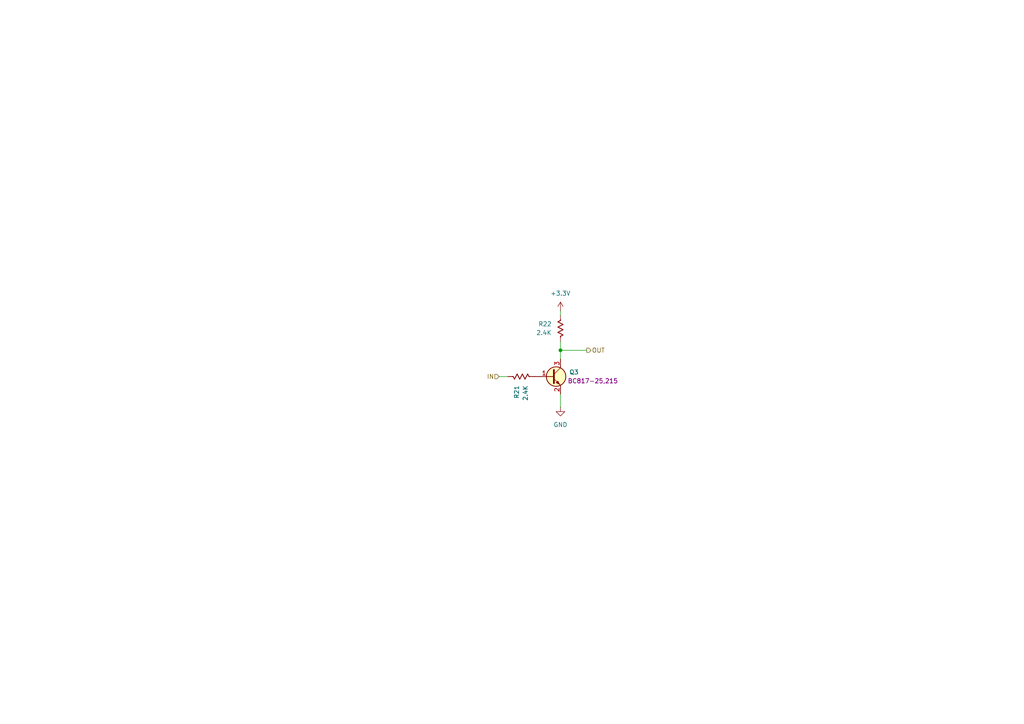
<source format=kicad_sch>
(kicad_sch (version 20250114) (generator "eeschema") (generator_version "9.0")
  (paper "A4")
  (lib_symbols
    (symbol "GP8211S-TC50:R_0603" (pin_numbers (hide yes)) (pin_names (offset 0))
      (property "Reference" "R" (at 2.54 1.27 0))
      (property "Value" "R_0603" (at 2.54 -1.27 0))
      (symbol "R_0603_0_1"
        (polyline (pts (xy 0 2.286) (xy 0 2.54)) (stroke (width 0.254)))
        (polyline (pts (xy 0 2.286) (xy 0.762 1.905) (xy -0.762 1.143) (xy 0 0.762) (xy 0.762 0.381) (xy 0 0) (xy -0.762 -0.381) (xy 0 -0.762) (xy 0.762 -1.143) (xy 0 -1.524) (xy -0.762 -1.905) (xy 0 -2.286)) (stroke (width 0.254)))
        (polyline (pts (xy 0 -2.286) (xy 0 -2.54)) (stroke (width 0.254)))
      )
      (symbol "R_0603_0_2"
        (polyline (pts (xy -2.54 -2.54) (xy -1.778 -1.778)))
        (polyline (pts (xy -1.778 -1.778) (xy -1.524 -1.524)) (stroke (width 0.254)))
        (polyline (pts (xy -1.524 -1.524) (xy -1.778 -0.762) (xy -1.016 -1.016)) (stroke (width 0.254)))
        (polyline (pts (xy -0.508 -0.508) (xy -0.762 0.254) (xy 0 0)) (stroke (width 0.254)))
        (polyline (pts (xy -0.508 -0.508) (xy -0.254 -1.27) (xy -1.016 -1.016)) (stroke (width 0.254)))
        (polyline (pts (xy 0.508 0.508) (xy 0.254 1.27) (xy 1.016 1.016)) (stroke (width 0.254)))
        (polyline (pts (xy 0.508 0.508) (xy 0.762 -0.254) (xy 0 0)) (stroke (width 0.254)))
        (polyline (pts (xy 1.524 1.524) (xy 1.778 0.762) (xy 1.016 1.016)) (stroke (width 0.254)))
        (polyline (pts (xy 1.778 1.778) (xy 1.524 1.524)) (stroke (width 0.254)))
        (polyline (pts (xy 1.778 1.778) (xy 2.54 2.54)))
      )
      (symbol "R_0603_1_1"
        (pin passive line (at 0 3.81 270) (length 1.27) (name "~") (number "1"))
        (pin passive line (at 0 -3.81 90) (length 1.27) (name "~") (number "2"))
      )
      (symbol "R_0603_1_2"
        (pin passive line (at -2.54 -2.54 0) (length 0) (name "") (number "2"))
        (pin passive line (at 2.54 2.54 180) (length 0) (name "") (number "1"))
      )
    )
    (symbol "Transistor_BJT_AKL:BFN26" (pin_names (hide yes))
      (property "Reference" "Q" (at 5.08 1.27 0))
      (property "Value" "BFN26" (at 5.08 -1.27 0))
      (symbol "BFN26_0_1"
        (polyline (pts (xy 0.635 1.905) (xy 0.635 -1.905) (xy 0.635 -1.905)) (stroke (width 0.508)))
        (polyline (pts (xy 0.635 0.635) (xy 2.54 2.54)))
        (polyline (pts (xy 0.635 -0.635) (xy 2.54 -2.54) (xy 2.54 -2.54)))
        (circle (center 1.27 0) (radius 2.8194) (stroke (width 0.254)) (fill (type background)))
        (polyline (pts (xy 1.27 -1.778) (xy 1.778 -1.27) (xy 2.286 -2.286) (xy 1.27 -1.778) (xy 1.27 -1.778)) (fill (type outline)))
      )
      (symbol "BFN26_1_1"
        (pin input line (at -5.08 0 0) (length 5.715) (name "B") (number "1"))
        (pin passive line (at 2.54 5.08 270) (length 2.54) (name "C") (number "3"))
        (pin passive line (at 2.54 -5.08 90) (length 2.54) (name "E") (number "2"))
      )
    )
    (symbol "power:+3.3V" (power) (pin_numbers (hide yes)) (pin_names (offset 0) (hide yes))
      (property "Value" "+3.3V" (at 0 3.556 0))
      (symbol "+3.3V_0_1"
        (polyline (pts (xy -0.762 1.27) (xy 0 2.54)))
        (polyline (pts (xy 0 2.54) (xy 0.762 1.27)))
        (polyline (pts (xy 0 0) (xy 0 2.54)))
      )
      (symbol "+3.3V_1_1"
        (pin power_in line (at 0 0 90) (length 0) (name "~") (number "1"))
      )
    )
    (symbol "power:GND" (power) (pin_numbers (hide yes)) (pin_names (offset 0) (hide yes))
      (property "Value" "GND" (at 0 -3.81 0))
      (symbol "GND_0_1"
        (polyline (pts (xy 0 0) (xy 0 -1.27) (xy 1.27 -1.27) (xy 0 -2.54) (xy -1.27 -1.27) (xy 0 -1.27)))
      )
      (symbol "GND_1_1"
        (pin power_in line (at 0 0 270) (length 0) (name "~") (number "1"))
      )
    )
  )
  (junction (at 162.56 101.6))
  (wire (pts (xy 162.56 101.6) (xy 170.18 101.6)))
  (wire (pts (xy 162.56 99.06) (xy 162.56 101.6)))
  (wire (pts (xy 162.56 90.17) (xy 162.56 91.44)))
  (wire (pts (xy 162.56 101.6) (xy 162.56 104.14)))
  (wire (pts (xy 144.78 109.22) (xy 147.32 109.22)))
  (wire (pts (xy 162.56 114.3) (xy 162.56 118.11)))
  (hierarchical_label "OUT" (shape output) (at 170.18 101.6 0))
  (hierarchical_label "IN" (shape input) (at 144.78 109.22 180))
  (symbol (lib_id "Transistor_BJT_AKL:BFN26") (at 160.02 109.22 0) (unit 1)
    (property "Reference" "Q3" (at 165.1 107.9499 0) (effects (justify left)))
    (property "Value" "BFN26" (effects (hide yes)))
    (property "Footprint" "Package_TO_SOT_SMD_AKL:SOT-23" (effects (hide yes)))
    (property "Datasheet" "https://www.tme.eu/Document/43310f91a0e397761035f1d1abdd24c6/BFN24.pdf" (effects (hide yes)))
    (property "Description" "NPN SOT-23 high voltage transistor, 300V, 200mA, 360mW, Alternate KiCAD Library" (effects (hide yes)))
    (property "Part number" "BC817-25,215" (at 171.958 110.49 0))
  )
  (symbol (lib_id "power:+3.3V") (at 162.56 90.17 0) (unit 1)
    (property "Reference" "#PWR037" (effects (hide yes)))
    (property "Value" "+3.3V" (at 162.56 85.09 0))
    (property "Description" "Power symbol creates a global label with name \"+3.3V\"" (effects (hide yes)))
  )
  (symbol (lib_id "GP8211S-TC50:R_0603") (at 151.13 109.22 270) (mirror x) (unit 1)
    (property "Reference" "R21" (at 149.8599 111.76 0) (effects (justify right)))
    (property "Value" "2.4K" (at 152.3999 111.76 0) (effects (justify right)))
    (property "Footprint" "PCM_Resistor_SMD_AKL:R_0603_1608Metric" (effects (hide yes)))
    (property "Description" "SMD 0603 Chip Resistor, US Symbol, Alternate KiCad Library" (effects (hide yes)))
  )
  (symbol (lib_id "power:GND") (at 162.56 118.11 0) (unit 1)
    (property "Reference" "#PWR038" (effects (hide yes)))
    (property "Value" "GND" (at 162.56 123.19 0))
    (property "Description" "Power symbol creates a global label with name \"GND\" , ground" (effects (hide yes)))
  )
  (symbol (lib_id "GP8211S-TC50:R_0603") (at 162.56 95.25 0) (mirror x) (unit 1)
    (property "Reference" "R22" (at 160.02 93.9799 0) (effects (justify right)))
    (property "Value" "2.4K" (at 160.02 96.5199 0) (effects (justify right)))
    (property "Footprint" "PCM_Resistor_SMD_AKL:R_0603_1608Metric" (effects (hide yes)))
    (property "Description" "SMD 0603 Chip Resistor, US Symbol, Alternate KiCad Library" (effects (hide yes)))
  )
)
</source>
